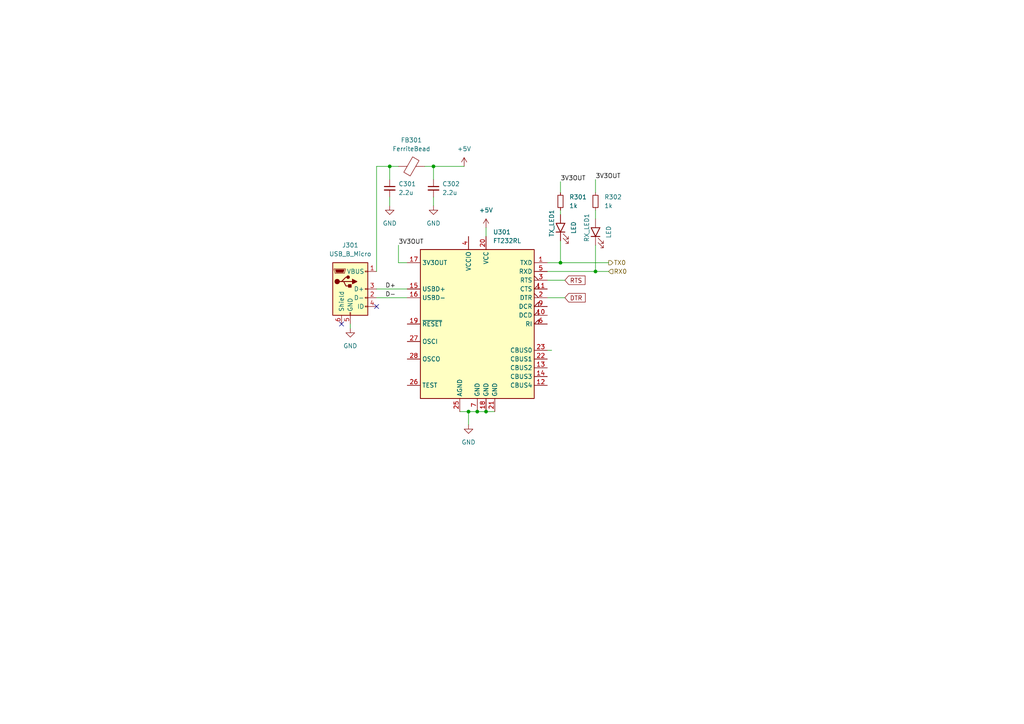
<source format=kicad_sch>
(kicad_sch (version 20211123) (generator eeschema)
  (paper "A4")
  (lib_symbols
    (symbol "Connector:USB_B_Micro" (pin_names (offset 1.016))
      (property "Reference" "J" (at -5.08 11.43 0))
      (property "Value" "USB_B_Micro" (at -5.08 8.89 0))
      (symbol "USB_B_Micro_0_1"
        (rectangle (start -5.08 -7.62) (end 5.08 7.62) (stroke (width 0.254)) (fill (type background)))
        (circle (center -3.81 2.159) (radius 0.635) (stroke (width 0.254)) (fill (type outline)))
        (circle (center -0.635 3.429) (radius 0.381) (stroke (width 0.254)) (fill (type outline)))
        (rectangle (start -0.127 -7.62) (end 0.127 -6.858))
        (polyline (pts (xy -1.905 2.159) (xy 0.635 2.159)) (stroke (width 0.254)))
        (polyline (pts (xy -3.175 2.159) (xy -2.54 2.159) (xy -1.27 3.429) (xy -0.635 3.429)) (stroke (width 0.254)))
        (polyline (pts (xy -2.54 2.159) (xy -1.905 2.159) (xy -1.27 0.889) (xy 0 0.889)) (stroke (width 0.254)))
        (polyline (pts (xy 0.635 2.794) (xy 0.635 1.524) (xy 1.905 2.159) (xy 0.635 2.794)) (stroke (width 0.254)) (fill (type outline)))
        (polyline (pts (xy -4.318 5.588) (xy -1.778 5.588) (xy -2.032 4.826) (xy -4.064 4.826) (xy -4.318 5.588)) (fill (type outline)))
        (polyline (pts (xy -4.699 5.842) (xy -4.699 5.588) (xy -4.445 4.826) (xy -4.445 4.572) (xy -1.651 4.572) (xy -1.651 4.826) (xy -1.397 5.588) (xy -1.397 5.842) (xy -4.699 5.842)))
        (rectangle (start 0.254 1.27) (end -0.508 0.508) (stroke (width 0.254)) (fill (type outline)))
        (rectangle (start 5.08 -5.207) (end 4.318 -4.953))
        (rectangle (start 5.08 -2.667) (end 4.318 -2.413))
        (rectangle (start 5.08 -0.127) (end 4.318 0.127))
        (rectangle (start 5.08 4.953) (end 4.318 5.207))
      )
      (symbol "USB_B_Micro_1_1"
        (pin power_out line (at 7.62 5.08 180) (length 2.54) (name "VBUS") (number "1"))
        (pin bidirectional line (at 7.62 -2.54 180) (length 2.54) (name "D-") (number "2"))
        (pin bidirectional line (at 7.62 0 180) (length 2.54) (name "D+") (number "3"))
        (pin passive line (at 7.62 -5.08 180) (length 2.54) (name "ID") (number "4"))
        (pin power_out line (at 0 -10.16 90) (length 2.54) (name "GND") (number "5"))
        (pin passive line (at -2.54 -10.16 90) (length 2.54) (name "Shield") (number "6"))
      )
    )
    (symbol "Device:C_Small" (pin_numbers hide) (pin_names (offset 0.254) hide)
      (property "Reference" "C" (at 0.254 1.778 0))
      (property "Value" "C_Small" (at 0.254 -2.032 0))
      (symbol "C_Small_0_1"
        (polyline (pts (xy -1.524 -0.508) (xy 1.524 -0.508)) (stroke (width 0.3302)))
        (polyline (pts (xy -1.524 0.508) (xy 1.524 0.508)) (stroke (width 0.3048)))
      )
      (symbol "C_Small_1_1"
        (pin passive line (at 0 2.54 270) (length 2.032) (name "~") (number "1"))
        (pin passive line (at 0 -2.54 90) (length 2.032) (name "~") (number "2"))
      )
    )
    (symbol "Device:FerriteBead" (pin_numbers hide) (pin_names (offset 0))
      (property "Reference" "FB" (at -3.81 0.635 90))
      (property "Value" "FerriteBead" (at 3.81 0 90))
      (symbol "FerriteBead_0_1"
        (polyline (pts (xy 0 -1.27) (xy 0 -1.2192)))
        (polyline (pts (xy 0 1.27) (xy 0 1.2954)))
        (polyline (pts (xy -2.7686 0.4064) (xy -1.7018 2.2606) (xy 2.7686 -0.3048) (xy 1.6764 -2.159) (xy -2.7686 0.4064)))
      )
      (symbol "FerriteBead_1_1"
        (pin passive line (at 0 3.81 270) (length 2.54) (name "~") (number "1"))
        (pin passive line (at 0 -3.81 90) (length 2.54) (name "~") (number "2"))
      )
    )
    (symbol "Device:LED" (pin_numbers hide) (pin_names (offset 1.016) hide)
      (property "Reference" "D" (at 0 2.54 0))
      (property "Value" "LED" (at 0 -2.54 0))
      (symbol "LED_0_1"
        (polyline (pts (xy -1.27 -1.27) (xy -1.27 1.27)) (stroke (width 0.254)))
        (polyline (pts (xy 1.27 -1.27) (xy 1.27 1.27) (xy -1.27 0) (xy 1.27 -1.27)) (stroke (width 0.254)))
        (polyline (pts (xy -3.048 -0.762) (xy -4.572 -2.286) (xy -3.81 -2.286) (xy -4.572 -2.286) (xy -4.572 -1.524)))
        (polyline (pts (xy -1.778 -0.762) (xy -3.302 -2.286) (xy -2.54 -2.286) (xy -3.302 -2.286) (xy -3.302 -1.524)))
      )
      (symbol "LED_1_1"
        (pin passive line (at -3.81 0 0) (length 2.54) (name "K") (number "1"))
        (pin passive line (at 3.81 0 180) (length 2.54) (name "A") (number "2"))
      )
    )
    (symbol "Device:R_Small" (pin_numbers hide) (pin_names (offset 0.254) hide)
      (property "Reference" "R" (at 0.762 0.508 0))
      (property "Value" "R_Small" (at 0.762 -1.016 0))
      (symbol "R_Small_0_1"
        (rectangle (start -0.762 1.778) (end 0.762 -1.778) (stroke (width 0.2032)))
      )
      (symbol "R_Small_1_1"
        (pin passive line (at 0 2.54 270) (length 0.762) (name "~") (number "1"))
        (pin passive line (at 0 -2.54 90) (length 0.762) (name "~") (number "2"))
      )
    )
    (symbol "Interface_USB:FT232RL"
      (property "Reference" "U" (at -16.51 22.86 0))
      (property "Value" "FT232RL" (at 10.16 22.86 0))
      (symbol "FT232RL_0_1"
        (rectangle (start -16.51 21.59) (end 16.51 -21.59) (stroke (width 0.254)) (fill (type background)))
      )
      (symbol "FT232RL_1_1"
        (pin output line (at 20.32 17.78 180) (length 3.81) (name "TXD") (number "1"))
        (pin input input_low (at 20.32 2.54 180) (length 3.81) (name "DCD") (number "10"))
        (pin input input_low (at 20.32 10.16 180) (length 3.81) (name "CTS") (number "11"))
        (pin bidirectional line (at 20.32 -17.78 180) (length 3.81) (name "CBUS4") (number "12"))
        (pin bidirectional line (at 20.32 -12.7 180) (length 3.81) (name "CBUS2") (number "13"))
        (pin bidirectional line (at 20.32 -15.24 180) (length 3.81) (name "CBUS3") (number "14"))
        (pin bidirectional line (at -20.32 10.16 0) (length 3.81) (name "USBD+") (number "15"))
        (pin bidirectional line (at -20.32 7.62 0) (length 3.81) (name "USBD-") (number "16"))
        (pin power_out line (at -20.32 17.78 0) (length 3.81) (name "3V3OUT") (number "17"))
        (pin power_in line (at 2.54 -25.4 90) (length 3.81) (name "GND") (number "18"))
        (pin input line (at -20.32 0 0) (length 3.81) (name "~{RESET}") (number "19"))
        (pin output output_low (at 20.32 7.62 180) (length 3.81) (name "DTR") (number "2"))
        (pin power_in line (at 2.54 25.4 270) (length 3.81) (name "VCC") (number "20"))
        (pin power_in line (at 5.08 -25.4 90) (length 3.81) (name "GND") (number "21"))
        (pin bidirectional line (at 20.32 -10.16 180) (length 3.81) (name "CBUS1") (number "22"))
        (pin bidirectional line (at 20.32 -7.62 180) (length 3.81) (name "CBUS0") (number "23"))
        (pin power_in line (at -5.08 -25.4 90) (length 3.81) (name "AGND") (number "25"))
        (pin input line (at -20.32 -17.78 0) (length 3.81) (name "TEST") (number "26"))
        (pin input line (at -20.32 -5.08 0) (length 3.81) (name "OSCI") (number "27"))
        (pin output line (at -20.32 -10.16 0) (length 3.81) (name "OSCO") (number "28"))
        (pin output output_low (at 20.32 12.7 180) (length 3.81) (name "RTS") (number "3"))
        (pin power_in line (at -2.54 25.4 270) (length 3.81) (name "VCCIO") (number "4"))
        (pin input line (at 20.32 15.24 180) (length 3.81) (name "RXD") (number "5"))
        (pin input input_low (at 20.32 0 180) (length 3.81) (name "RI") (number "6"))
        (pin power_in line (at 0 -25.4 90) (length 3.81) (name "GND") (number "7"))
        (pin input input_low (at 20.32 5.08 180) (length 3.81) (name "DCR") (number "9"))
      )
    )
    (symbol "power:+5V" (power) (pin_names (offset 0))
      (property "Value" "+5V" (at 0 3.556 0))
      (symbol "+5V_0_1"
        (polyline (pts (xy -0.762 1.27) (xy 0 2.54)))
        (polyline (pts (xy 0 0) (xy 0 2.54)))
        (polyline (pts (xy 0 2.54) (xy 0.762 1.27)))
      )
      (symbol "+5V_1_1"
        (pin power_in line (at 0 0 90) (length 0) hide (name "+5V") (number "1"))
      )
    )
    (symbol "power:GND" (power) (pin_names (offset 0))
      (property "Value" "GND" (at 0 -3.81 0))
      (symbol "GND_0_1"
        (polyline (pts (xy 0 0) (xy 0 -1.27) (xy 1.27 -1.27) (xy 0 -2.54) (xy -1.27 -1.27) (xy 0 -1.27)))
      )
      (symbol "GND_1_1"
        (pin power_in line (at 0 0 270) (length 0) hide (name "GND") (number "1"))
      )
    )
  )
  (junction (at 135.89 119.38))
  (junction (at 113.03 48.26))
  (junction (at 125.73 48.26))
  (junction (at 138.43 119.38))
  (junction (at 172.72 78.74))
  (junction (at 162.56 76.2))
  (junction (at 140.97 119.38))
  (no_connect (at 99.06 93.98))
  (no_connect (at 109.22 88.9))
  (wire (pts (xy 125.73 59.69) (xy 125.73 57.15)))
  (wire (pts (xy 115.57 71.12) (xy 115.57 76.2)))
  (wire (pts (xy 113.03 59.69) (xy 113.03 57.15)))
  (wire (pts (xy 140.97 119.38) (xy 143.51 119.38)))
  (wire (pts (xy 118.11 83.82) (xy 109.22 83.82)))
  (wire (pts (xy 158.75 81.28) (xy 163.83 81.28)))
  (wire (pts (xy 125.73 48.26) (xy 123.19 48.26)))
  (wire (pts (xy 162.56 76.2) (xy 158.75 76.2)))
  (wire (pts (xy 135.89 119.38) (xy 138.43 119.38)))
  (wire (pts (xy 172.72 60.96) (xy 172.72 63.5)))
  (wire (pts (xy 172.72 71.12) (xy 172.72 78.74)))
  (wire (pts (xy 109.22 48.26) (xy 109.22 78.74)))
  (wire (pts (xy 176.53 78.74) (xy 172.72 78.74)))
  (wire (pts (xy 135.89 119.38) (xy 135.89 123.19)))
  (wire (pts (xy 113.03 48.26) (xy 113.03 52.07)))
  (wire (pts (xy 109.22 48.26) (xy 113.03 48.26)))
  (wire (pts (xy 115.57 76.2) (xy 118.11 76.2)))
  (wire (pts (xy 118.11 86.36) (xy 109.22 86.36)))
  (wire (pts (xy 133.35 119.38) (xy 135.89 119.38)))
  (wire (pts (xy 172.72 78.74) (xy 158.75 78.74)))
  (wire (pts (xy 138.43 119.38) (xy 140.97 119.38)))
  (wire (pts (xy 162.56 52.705) (xy 162.56 55.88)))
  (wire (pts (xy 162.56 69.85) (xy 162.56 76.2)))
  (wire (pts (xy 140.97 66.04) (xy 140.97 68.58)))
  (wire (pts (xy 101.6 95.25) (xy 101.6 93.98)))
  (wire (pts (xy 162.56 60.96) (xy 162.56 62.23)))
  (wire (pts (xy 172.72 52.07) (xy 172.72 55.88)))
  (wire (pts (xy 176.53 76.2) (xy 162.56 76.2)))
  (wire (pts (xy 113.03 48.26) (xy 115.57 48.26)))
  (wire (pts (xy 125.73 48.26) (xy 134.62 48.26)))
  (wire (pts (xy 160.02 101.6) (xy 158.75 101.6)))
  (wire (pts (xy 158.75 86.36) (xy 163.83 86.36)))
  (wire (pts (xy 125.73 52.07) (xy 125.73 48.26)))
  (label "D+" (at 111.76 83.82 0))
  (label "D-" (at 111.76 86.36 0))
  (label "3V3OUT" (at 162.56 52.705 0))
  (label "3V3OUT" (at 115.57 71.12 0))
  (label "3V3OUT" (at 172.72 52.07 0))
  (global_label "RTS" (shape input) (at 163.83 81.28 0) (property "Intersheet References" "${INTERSHEET_REFS}" (effects hide)))
  (global_label "DTR" (shape input) (at 163.83 86.36 0) (property "Intersheet References" "${INTERSHEET_REFS}" (effects hide)))
  (hierarchical_label "TX0" (shape output) (at 176.53 76.2 0))
  (hierarchical_label "RX0" (shape input) (at 176.53 78.74 0))
  (symbol (lib_id "power:GND") (at 101.6 95.25 0) (unit 1)
    (property "Reference" "#PWR0301" (effects hide))
    (property "Value" "GND" (at 101.6 100.33 0))
  )
  (symbol (lib_id "Device:R_Small") (at 172.72 58.42 0) (unit 1)
    (property "Reference" "R302" (at 175.26 57.1499 0) (effects (justify left)))
    (property "Value" "1k" (at 175.26 59.6899 0) (effects (justify left)))
    (property "Footprint" "Resistor_SMD:R_0402_1005Metric" (effects hide))
    (property "JLCPCB Part No" "C2693046" (effects hide))
    (property "LCSC" "C2693046" (effects hide))
  )
  (symbol (lib_id "power:GND") (at 135.89 123.19 0) (unit 1)
    (property "Reference" "#PWR0306" (effects hide))
    (property "Value" "GND" (at 135.89 128.27 0))
  )
  (symbol (lib_id "Device:LED") (at 162.56 66.04 90) (unit 1)
    (property "Reference" "TX_LED1" (at 160.02 64.77 0))
    (property "Value" "LED" (at 166.37 66.04 0))
    (property "Footprint" "LED_SMD:LED_0402_1005Metric" (effects hide))
    (property "JLCPCB Part No" "C130719" (effects hide))
    (property "LCSC" "C130719" (effects hide))
  )
  (symbol (lib_id "Device:C_Small") (at 113.03 54.61 0) (unit 1)
    (property "Reference" "C301" (at 115.57 53.3462 0) (effects (justify left)))
    (property "Value" "2.2u" (at 115.57 55.8862 0) (effects (justify left)))
    (property "Footprint" "Capacitor_SMD:C_0603_1608Metric" (effects hide))
    (property "JLCPCB Part No" "C23630" (effects hide))
    (property "LCSC" "C23630" (effects hide))
  )
  (symbol (lib_id "power:GND") (at 125.73 59.69 0) (unit 1)
    (property "Reference" "#PWR0304" (effects hide))
    (property "Value" "GND" (at 125.73 64.77 0))
  )
  (symbol (lib_id "Device:FerriteBead") (at 119.38 48.26 90) (unit 1)
    (property "Reference" "FB301" (at 119.3292 40.64 90))
    (property "Value" "FerriteBead" (at 119.3292 43.18 90))
    (property "Footprint" "Inductor_SMD:L_0805_2012Metric" (effects hide))
    (property "JLCPCB Part No" "C1015" (effects hide))
    (property "LCSC" "C1015" (effects hide))
  )
  (symbol (lib_id "Device:LED") (at 172.72 67.31 90) (unit 1)
    (property "Reference" "RX_LED1" (at 170.18 66.04 0))
    (property "Value" "LED" (at 176.53 67.31 0))
    (property "Footprint" "LED_SMD:LED_0402_1005Metric" (effects hide))
    (property "JLCPCB Part No" "C130719" (effects hide))
    (property "LCSC" "C130719" (effects hide))
  )
  (symbol (lib_id "Connector:USB_B_Micro") (at 101.6 83.82 0) (unit 1)
    (property "Reference" "J301" (at 101.6 71.12 0))
    (property "Value" "USB_B_Micro" (at 101.6 73.66 0))
    (property "Footprint" "Connector_USB:USB_Micro-B_Amphenol_10118194_Horizontal" (effects hide))
    (property "JLCPCB Part No" "C132563" (effects hide))
    (property "LCSC" "C132563" (effects hide))
  )
  (symbol (lib_id "Interface_USB:FT232RL") (at 138.43 93.98 0) (unit 1)
    (property "Reference" "U301" (at 142.9894 67.31 0) (effects (justify left)))
    (property "Value" "FT232RL" (at 142.9894 69.85 0) (effects (justify left)))
    (property "Footprint" "Package_SO:SSOP-28_5.3x10.2mm_P0.65mm" (effects hide))
    (property "Datasheet" "https://www.ftdichip.com/Support/Documents/DataSheets/ICs/DS_FT232R.pdf" (effects hide))
    (property "JLCPCB Part No" "C8690" (effects hide))
    (property "LCSC" "C8690" (effects hide))
  )
  (symbol (lib_id "power:+5V") (at 140.97 66.04 0) (unit 1)
    (property "Reference" "#PWR0307" (effects hide))
    (property "Value" "+5V" (at 140.97 60.96 0))
  )
  (symbol (lib_id "power:+5V") (at 134.62 48.26 0) (unit 1)
    (property "Reference" "#PWR0305" (effects hide))
    (property "Value" "+5V" (at 134.62 43.18 0))
  )
  (symbol (lib_id "Device:R_Small") (at 162.56 58.42 0) (unit 1)
    (property "Reference" "R301" (at 165.1 57.1499 0) (effects (justify left)))
    (property "Value" "1k" (at 165.1 59.6899 0) (effects (justify left)))
    (property "Footprint" "Resistor_SMD:R_0402_1005Metric" (effects hide))
    (property "JLCPCB Part No" "C2693046" (effects hide))
    (property "LCSC" "C2693046" (effects hide))
  )
  (symbol (lib_id "power:GND") (at 113.03 59.69 0) (unit 1)
    (property "Reference" "#PWR0302" (effects hide))
    (property "Value" "GND" (at 113.03 64.77 0))
  )
  (symbol (lib_id "Device:C_Small") (at 125.73 54.61 0) (unit 1)
    (property "Reference" "C302" (at 128.27 53.3462 0) (effects (justify left)))
    (property "Value" "2.2u" (at 128.27 55.8862 0) (effects (justify left)))
    (property "Footprint" "Capacitor_SMD:C_0603_1608Metric" (effects hide))
    (property "JLCPCB Part No" "C23630" (effects hide))
    (property "LCSC" "C23630" (effects hide))
  )
)
</source>
